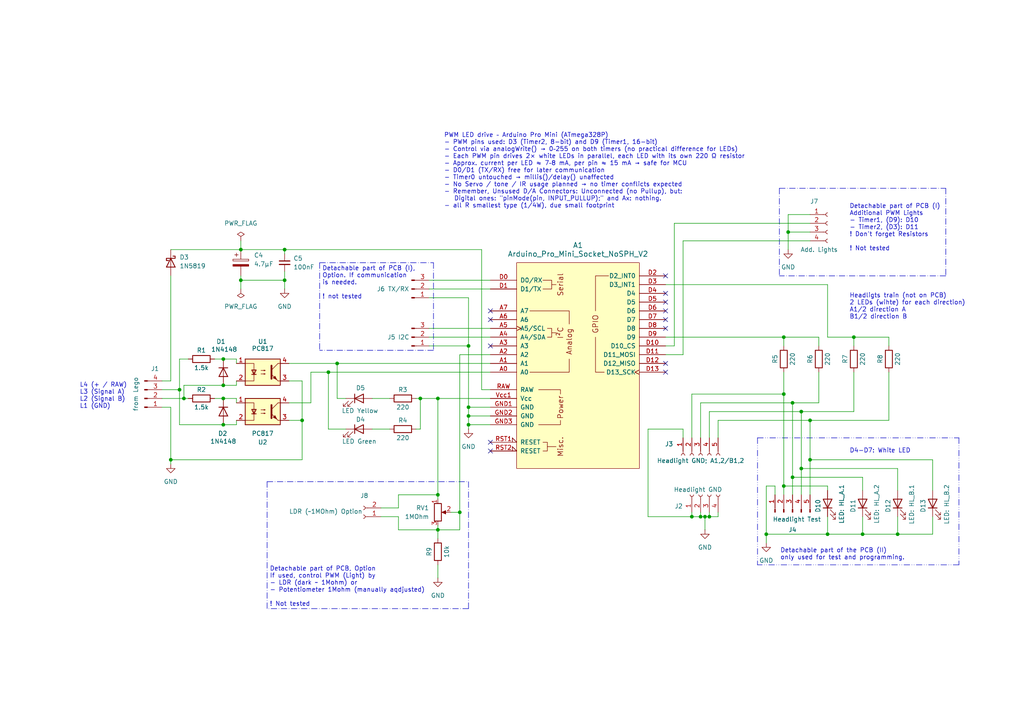
<source format=kicad_sch>
(kicad_sch (version 20231120) (generator "eeschema") (generator_version "8.0")
  (paper "A4")
  (title_block (title "DenshaBekutoru 電車ベクトル (Train Vector)") (date "2026-03-08") (rev "#005 1st bld.") (company "ToGo-Lab") (comment 1 "- https://togo-lab.io/") (comment 2 "- Email: tgohle@togo-lab.io") (comment 3 "Thomas Gohle"))
  (lib_symbols
    (symbol "Connector:Conn_01x02_Socket" (pin_names (offset 1.016) hide)
      (property "Reference" "J" (at 0 2.54 0))
      (property "Value" "Conn_01x02_Socket" (at 0 -5.08 0))
      (symbol "Conn_01x02_Socket_1_1"
        (arc (start 0 -2.032) (mid -0.5058 -2.54) (end 0 -3.048) (stroke (width 0.1524)))
        (polyline (pts (xy -1.27 -2.54) (xy -0.508 -2.54)) (stroke (width 0.1524)))
        (polyline (pts (xy -1.27 0) (xy -0.508 0)) (stroke (width 0.1524)))
        (arc (start 0 0.508) (mid -0.5058 0) (end 0 -0.508) (stroke (width 0.1524)))
        (pin passive line (at -5.08 0 0) (length 3.81) (name "Pin_1") (number "1"))
        (pin passive line (at -5.08 -2.54 0) (length 3.81) (name "Pin_2") (number "2"))
      )
    )
    (symbol "Connector:Conn_01x03_Pin" (pin_names (offset 1.016) hide)
      (property "Reference" "J" (at 0 5.08 0))
      (property "Value" "Conn_01x03_Pin" (at 0 -5.08 0))
      (symbol "Conn_01x03_Pin_1_1"
        (polyline (pts (xy 1.27 -2.54) (xy 0.8636 -2.54)) (stroke (width 0.1524)))
        (polyline (pts (xy 1.27 0) (xy 0.8636 0)) (stroke (width 0.1524)))
        (polyline (pts (xy 1.27 2.54) (xy 0.8636 2.54)) (stroke (width 0.1524)))
        (rectangle (start 0.8636 -2.413) (end 0 -2.667) (stroke (width 0.1524)) (fill (type outline)))
        (rectangle (start 0.8636 0.127) (end 0 -0.127) (stroke (width 0.1524)) (fill (type outline)))
        (rectangle (start 0.8636 2.667) (end 0 2.413) (stroke (width 0.1524)) (fill (type outline)))
        (pin passive line (at 5.08 2.54 180) (length 3.81) (name "Pin_1") (number "1"))
        (pin passive line (at 5.08 0 180) (length 3.81) (name "Pin_2") (number "2"))
        (pin passive line (at 5.08 -2.54 180) (length 3.81) (name "Pin_3") (number "3"))
      )
    )
    (symbol "Connector:Conn_01x04_Pin" (pin_names (offset 1.016) hide)
      (property "Reference" "J" (at 0 5.08 0))
      (property "Value" "Conn_01x04_Pin" (at 0 -7.62 0))
      (symbol "Conn_01x04_Pin_1_1"
        (polyline (pts (xy 1.27 -5.08) (xy 0.8636 -5.08)) (stroke (width 0.1524)))
        (polyline (pts (xy 1.27 -2.54) (xy 0.8636 -2.54)) (stroke (width 0.1524)))
        (polyline (pts (xy 1.27 0) (xy 0.8636 0)) (stroke (width 0.1524)))
        (polyline (pts (xy 1.27 2.54) (xy 0.8636 2.54)) (stroke (width 0.1524)))
        (rectangle (start 0.8636 -4.953) (end 0 -5.207) (stroke (width 0.1524)) (fill (type outline)))
        (rectangle (start 0.8636 -2.413) (end 0 -2.667) (stroke (width 0.1524)) (fill (type outline)))
        (rectangle (start 0.8636 0.127) (end 0 -0.127) (stroke (width 0.1524)) (fill (type outline)))
        (rectangle (start 0.8636 2.667) (end 0 2.413) (stroke (width 0.1524)) (fill (type outline)))
        (pin passive line (at 5.08 2.54 180) (length 3.81) (name "Pin_1") (number "1"))
        (pin passive line (at 5.08 0 180) (length 3.81) (name "Pin_2") (number "2"))
        (pin passive line (at 5.08 -2.54 180) (length 3.81) (name "Pin_3") (number "3"))
        (pin passive line (at 5.08 -5.08 180) (length 3.81) (name "Pin_4") (number "4"))
      )
    )
    (symbol "Connector:Conn_01x04_Socket" (pin_names (offset 1.016) hide)
      (property "Reference" "J" (at 0 5.08 0))
      (property "Value" "Conn_01x04_Socket" (at 0 -7.62 0))
      (symbol "Conn_01x04_Socket_1_1"
        (arc (start 0 -4.572) (mid -0.5058 -5.08) (end 0 -5.588) (stroke (width 0.1524)))
        (arc (start 0 -2.032) (mid -0.5058 -2.54) (end 0 -3.048) (stroke (width 0.1524)))
        (polyline (pts (xy -1.27 -5.08) (xy -0.508 -5.08)) (stroke (width 0.1524)))
        (polyline (pts (xy -1.27 -2.54) (xy -0.508 -2.54)) (stroke (width 0.1524)))
        (polyline (pts (xy -1.27 0) (xy -0.508 0)) (stroke (width 0.1524)))
        (polyline (pts (xy -1.27 2.54) (xy -0.508 2.54)) (stroke (width 0.1524)))
        (arc (start 0 0.508) (mid -0.5058 0) (end 0 -0.508) (stroke (width 0.1524)))
        (arc (start 0 3.048) (mid -0.5058 2.54) (end 0 2.032) (stroke (width 0.1524)))
        (pin passive line (at -5.08 2.54 0) (length 3.81) (name "Pin_1") (number "1"))
        (pin passive line (at -5.08 0 0) (length 3.81) (name "Pin_2") (number "2"))
        (pin passive line (at -5.08 -2.54 0) (length 3.81) (name "Pin_3") (number "3"))
        (pin passive line (at -5.08 -5.08 0) (length 3.81) (name "Pin_4") (number "4"))
      )
    )
    (symbol "Connector:Conn_01x05_Pin" (pin_names (offset 1.016) hide)
      (property "Reference" "J" (at 0 7.62 0))
      (property "Value" "Conn_01x05_Pin" (at 0 -7.62 0))
      (symbol "Conn_01x05_Pin_1_1"
        (polyline (pts (xy 1.27 -5.08) (xy 0.8636 -5.08)) (stroke (width 0.1524)))
        (polyline (pts (xy 1.27 -2.54) (xy 0.8636 -2.54)) (stroke (width 0.1524)))
        (polyline (pts (xy 1.27 0) (xy 0.8636 0)) (stroke (width 0.1524)))
        (polyline (pts (xy 1.27 2.54) (xy 0.8636 2.54)) (stroke (width 0.1524)))
        (polyline (pts (xy 1.27 5.08) (xy 0.8636 5.08)) (stroke (width 0.1524)))
        (rectangle (start 0.8636 -4.953) (end 0 -5.207) (stroke (width 0.1524)) (fill (type outline)))
        (rectangle (start 0.8636 -2.413) (end 0 -2.667) (stroke (width 0.1524)) (fill (type outline)))
        (rectangle (start 0.8636 0.127) (end 0 -0.127) (stroke (width 0.1524)) (fill (type outline)))
        (rectangle (start 0.8636 2.667) (end 0 2.413) (stroke (width 0.1524)) (fill (type outline)))
        (rectangle (start 0.8636 5.207) (end 0 4.953) (stroke (width 0.1524)) (fill (type outline)))
        (pin passive line (at 5.08 5.08 180) (length 3.81) (name "Pin_1") (number "1"))
        (pin passive line (at 5.08 2.54 180) (length 3.81) (name "Pin_2") (number "2"))
        (pin passive line (at 5.08 0 180) (length 3.81) (name "Pin_3") (number "3"))
        (pin passive line (at 5.08 -2.54 180) (length 3.81) (name "Pin_4") (number "4"))
        (pin passive line (at 5.08 -5.08 180) (length 3.81) (name "Pin_5") (number "5"))
      )
    )
    (symbol "Connector:Conn_01x05_Socket" (pin_names (offset 1.016) hide)
      (property "Reference" "J" (at 0 7.62 0))
      (property "Value" "Conn_01x05_Socket" (at 0 -7.62 0))
      (symbol "Conn_01x05_Socket_1_1"
        (arc (start 0 -4.572) (mid -0.5058 -5.08) (end 0 -5.588) (stroke (width 0.1524)))
        (arc (start 0 -2.032) (mid -0.5058 -2.54) (end 0 -3.048) (stroke (width 0.1524)))
        (polyline (pts (xy -1.27 -5.08) (xy -0.508 -5.08)) (stroke (width 0.1524)))
        (polyline (pts (xy -1.27 -2.54) (xy -0.508 -2.54)) (stroke (width 0.1524)))
        (polyline (pts (xy -1.27 0) (xy -0.508 0)) (stroke (width 0.1524)))
        (polyline (pts (xy -1.27 2.54) (xy -0.508 2.54)) (stroke (width 0.1524)))
        (polyline (pts (xy -1.27 5.08) (xy -0.508 5.08)) (stroke (width 0.1524)))
        (arc (start 0 0.508) (mid -0.5058 0) (end 0 -0.508) (stroke (width 0.1524)))
        (arc (start 0 3.048) (mid -0.5058 2.54) (end 0 2.032) (stroke (width 0.1524)))
        (arc (start 0 5.588) (mid -0.5058 5.08) (end 0 4.572) (stroke (width 0.1524)))
        (pin passive line (at -5.08 5.08 0) (length 3.81) (name "Pin_1") (number "1"))
        (pin passive line (at -5.08 2.54 0) (length 3.81) (name "Pin_2") (number "2"))
        (pin passive line (at -5.08 0 0) (length 3.81) (name "Pin_3") (number "3"))
        (pin passive line (at -5.08 -2.54 0) (length 3.81) (name "Pin_4") (number "4"))
        (pin passive line (at -5.08 -5.08 0) (length 3.81) (name "Pin_5") (number "5"))
      )
    )
    (symbol "Device:C_Polarized" (pin_numbers hide) (pin_names (offset 0.254))
      (property "Reference" "C" (at 0.635 2.54 0))
      (property "Value" "C_Polarized" (at 0.635 -2.54 0))
      (symbol "C_Polarized_0_1"
        (rectangle (start -2.286 0.508) (end 2.286 1.016))
        (polyline (pts (xy -1.778 2.286) (xy -0.762 2.286)))
        (polyline (pts (xy -1.27 2.794) (xy -1.27 1.778)))
        (rectangle (start 2.286 -0.508) (end -2.286 -1.016) (fill (type outline)))
      )
      (symbol "C_Polarized_1_1"
        (pin passive line (at 0 3.81 270) (length 2.794) (name "~") (number "1"))
        (pin passive line (at 0 -3.81 90) (length 2.794) (name "~") (number "2"))
      )
    )
    (symbol "Device:C_Small" (pin_numbers hide) (pin_names (offset 0.254) hide)
      (property "Reference" "C" (at 0.254 1.778 0))
      (property "Value" "C_Small" (at 0.254 -2.032 0))
      (symbol "C_Small_0_1"
        (polyline (pts (xy -1.524 -0.508) (xy 1.524 -0.508)) (stroke (width 0.3302)))
        (polyline (pts (xy -1.524 0.508) (xy 1.524 0.508)) (stroke (width 0.3048)))
      )
      (symbol "C_Small_1_1"
        (pin passive line (at 0 2.54 270) (length 2.032) (name "~") (number "1"))
        (pin passive line (at 0 -2.54 90) (length 2.032) (name "~") (number "2"))
      )
    )
    (symbol "Device:LED" (pin_numbers hide) (pin_names (offset 1.016) hide)
      (property "Reference" "D" (at 0 2.54 0))
      (property "Value" "LED" (at 0 -2.54 0))
      (symbol "LED_0_1"
        (polyline (pts (xy -1.27 -1.27) (xy -1.27 1.27)) (stroke (width 0.254)))
        (polyline (pts (xy -1.27 0) (xy 1.27 0)))
        (polyline (pts (xy 1.27 -1.27) (xy 1.27 1.27) (xy -1.27 0) (xy 1.27 -1.27)) (stroke (width 0.254)))
        (polyline (pts (xy -3.048 -0.762) (xy -4.572 -2.286) (xy -3.81 -2.286) (xy -4.572 -2.286) (xy -4.572 -1.524)))
        (polyline (pts (xy -1.778 -0.762) (xy -3.302 -2.286) (xy -2.54 -2.286) (xy -3.302 -2.286) (xy -3.302 -1.524)))
      )
      (symbol "LED_1_1"
        (pin passive line (at -3.81 0 0) (length 2.54) (name "K") (number "1"))
        (pin passive line (at 3.81 0 180) (length 2.54) (name "A") (number "2"))
      )
    )
    (symbol "Device:R" (pin_numbers hide) (pin_names (offset 0))
      (property "Reference" "R" (at 2.032 0 90))
      (property "Value" "R" (at 0 0 90))
      (symbol "R_0_1"
        (rectangle (start -1.016 -2.54) (end 1.016 2.54) (stroke (width 0.254)))
      )
      (symbol "R_1_1"
        (pin passive line (at 0 3.81 270) (length 1.27) (name "~") (number "1"))
        (pin passive line (at 0 -3.81 90) (length 1.27) (name "~") (number "2"))
      )
    )
    (symbol "Device:R_Potentiometer" (pin_names (offset 1.016) hide)
      (property "Reference" "RV" (at -4.445 0 90))
      (property "Value" "R_Potentiometer" (at -2.54 0 90))
      (symbol "R_Potentiometer_0_1"
        (polyline (pts (xy 2.54 0) (xy 1.524 0)))
        (polyline (pts (xy 1.143 0) (xy 2.286 0.508) (xy 2.286 -0.508) (xy 1.143 0)) (fill (type outline)))
        (rectangle (start 1.016 2.54) (end -1.016 -2.54) (stroke (width 0.254)))
      )
      (symbol "R_Potentiometer_1_1"
        (pin passive line (at 0 3.81 270) (length 1.27) (name "1") (number "1"))
        (pin passive line (at 3.81 0 180) (length 1.27) (name "2") (number "2"))
        (pin passive line (at 0 -3.81 90) (length 1.27) (name "3") (number "3"))
      )
    )
    (symbol "Diode:1N4148" (pin_numbers hide) (pin_names hide)
      (property "Reference" "D" (at 0 2.54 0))
      (property "Value" "1N4148" (at 0 -2.54 0))
      (symbol "1N4148_0_1"
        (polyline (pts (xy -1.27 1.27) (xy -1.27 -1.27)) (stroke (width 0.254)))
        (polyline (pts (xy 1.27 0) (xy -1.27 0)))
        (polyline (pts (xy 1.27 1.27) (xy 1.27 -1.27) (xy -1.27 0) (xy 1.27 1.27)) (stroke (width 0.254)))
      )
      (symbol "1N4148_1_1"
        (pin passive line (at -3.81 0 0) (length 2.54) (name "K") (number "1"))
        (pin passive line (at 3.81 0 180) (length 2.54) (name "A") (number "2"))
      )
    )
    (symbol "Diode:1N5819" (pin_numbers hide) (pin_names (offset 1.016) hide)
      (property "Reference" "D" (at 0 2.54 0))
      (property "Value" "1N5819" (at 0 -2.54 0))
      (symbol "1N5819_0_1"
        (polyline (pts (xy 1.27 0) (xy -1.27 0)))
        (polyline (pts (xy 1.27 1.27) (xy 1.27 -1.27) (xy -1.27 0) (xy 1.27 1.27)) (stroke (width 0.254)))
        (polyline (pts (xy -1.905 0.635) (xy -1.905 1.27) (xy -1.27 1.27) (xy -1.27 -1.27) (xy -0.635 -1.27) (xy -0.635 -0.635)) (stroke (width 0.254)))
      )
      (symbol "1N5819_1_1"
        (pin passive line (at -3.81 0 0) (length 2.54) (name "K") (number "1"))
        (pin passive line (at 3.81 0 180) (length 2.54) (name "A") (number "2"))
      )
    )
    (symbol "Isolator:PC817" (pin_names (offset 1.016))
      (property "Reference" "U" (at -5.08 5.08 0))
      (property "Value" "PC817" (at 0 5.08 0))
      (symbol "PC817_0_1"
        (rectangle (start -5.08 3.81) (end 5.08 -3.81) (stroke (width 0.254)) (fill (type background)))
        (polyline (pts (xy -3.175 -0.635) (xy -1.905 -0.635)) (stroke (width 0.254)))
        (polyline (pts (xy 2.54 0.635) (xy 4.445 2.54)))
        (polyline (pts (xy 4.445 -2.54) (xy 2.54 -0.635)) (fill (type outline)))
        (polyline (pts (xy 4.445 -2.54) (xy 5.08 -2.54)))
        (polyline (pts (xy 4.445 2.54) (xy 5.08 2.54)))
        (polyline (pts (xy -5.08 2.54) (xy -2.54 2.54) (xy -2.54 -0.635)))
        (polyline (pts (xy -2.54 -0.635) (xy -2.54 -2.54) (xy -5.08 -2.54)))
        (polyline (pts (xy 2.54 1.905) (xy 2.54 -1.905) (xy 2.54 -1.905)) (stroke (width 0.508)))
        (polyline (pts (xy -2.54 -0.635) (xy -3.175 0.635) (xy -1.905 0.635) (xy -2.54 -0.635)) (stroke (width 0.254)))
        (polyline (pts (xy -0.508 -0.508) (xy 0.762 -0.508) (xy 0.381 -0.635) (xy 0.381 -0.381) (xy 0.762 -0.508)))
        (polyline (pts (xy -0.508 0.508) (xy 0.762 0.508) (xy 0.381 0.381) (xy 0.381 0.635) (xy 0.762 0.508)))
        (polyline (pts (xy 3.048 -1.651) (xy 3.556 -1.143) (xy 4.064 -2.159) (xy 3.048 -1.651) (xy 3.048 -1.651)) (fill (type outline)))
      )
      (symbol "PC817_1_1"
        (pin passive line (at -7.62 2.54 0) (length 2.54) (name "~") (number "1"))
        (pin passive line (at -7.62 -2.54 0) (length 2.54) (name "~") (number "2"))
        (pin passive line (at 7.62 -2.54 180) (length 2.54) (name "~") (number "3"))
        (pin passive line (at 7.62 2.54 180) (length 2.54) (name "~") (number "4"))
      )
    )
    (symbol "arduino-library:Arduino_Pro_Mini_Socket_NoSPH_V2" (pin_names (offset 1.016))
      (property "Reference" "A" (at 0 36.83 0))
      (property "Value" "Arduino_Pro_Mini_Socket_NoSPH_V2" (at 0 33.02 0))
      (symbol "Arduino_Pro_Mini_Socket_NoSPH_V2_0_0"
        (rectangle (start -17.78 30.48) (end 17.78 -29.21) (fill (type background)))
        (polyline (pts (xy -7.62 10.16) (xy -6.35 10.16)))
        (polyline (pts (xy -7.62 24.13) (xy -6.35 24.13)))
        (polyline (pts (xy -6.35 -22.86) (xy -8.89 -22.86)))
        (polyline (pts (xy -11.43 -16.51) (xy -5.08 -16.51) (xy -5.08 -15.24)))
        (polyline (pts (xy -5.08 -7.62) (xy -5.08 -6.35) (xy -11.43 -6.35)))
        (polyline (pts (xy -2.54 2.54) (xy -2.54 -1.27) (xy -13.97 -1.27)))
        (polyline (pts (xy -2.54 12.7) (xy -2.54 16.51) (xy -13.97 16.51)))
        (polyline (pts (xy -10.16 25.4) (xy -7.62 25.4) (xy -7.62 22.86) (xy -10.16 22.86)))
        (polyline (pts (xy -8.89 11.43) (xy -7.62 11.43) (xy -7.62 8.89) (xy -8.89 8.89)))
        (text "Analog" (at -2.54 7.62 900) (effects (font (size 1.524 1.524))))
        (text "I²C" (at -5.08 10.16 900) (effects (font (size 1.524 1.524))))
        (text "Misc." (at -5.08 -22.86 900) (effects (font (size 1.524 1.524))))
        (text "Power" (at -5.08 -11.43 900) (effects (font (size 1.524 1.524))))
        (text "Serial" (at -5.08 24.13 900) (effects (font (size 1.524 1.524))))
      )
      (symbol "Arduino_Pro_Mini_Socket_NoSPH_V2_0_1"
        (polyline (pts (xy 7.62 -1.27) (xy 5.08 -1.27) (xy 5.08 8.89)))
        (polyline (pts (xy 8.89 26.67) (xy 5.08 26.67) (xy 5.08 16.51)))
        (polyline (pts (xy -10.16 -24.13) (xy -8.89 -24.13) (xy -8.89 -21.59) (xy -10.16 -21.59)))
      )
      (symbol "Arduino_Pro_Mini_Socket_NoSPH_V2_1_0"
        (text "GPIO" (at 5.08 12.7 900) (effects (font (size 1.524 1.524))))
      )
      (symbol "Arduino_Pro_Mini_Socket_NoSPH_V2_1_1"
        (pin bidirectional line (at -25.4 -1.27 0) (length 7.62) (name "A0") (number "A0"))
        (pin bidirectional line (at -25.4 1.27 0) (length 7.62) (name "A1") (number "A1"))
        (pin bidirectional line (at -25.4 3.81 0) (length 7.62) (name "A2") (number "A2"))
        (pin bidirectional line (at -25.4 6.35 0) (length 7.62) (name "A3") (number "A3"))
        (pin bidirectional line (at -25.4 8.89 0) (length 7.62) (name "A4/SDA") (number "A4"))
        (pin bidirectional clock (at -25.4 11.43 0) (length 7.62) (name "A5/SCL") (number "A5"))
        (pin input line (at -25.4 13.97 0) (length 7.62) (name "A6") (number "A6"))
        (pin input line (at -25.4 16.51 0) (length 7.62) (name "A7") (number "A7"))
        (pin bidirectional line (at -25.4 25.4 0) (length 7.62) (name "D0/RX") (number "D0"))
        (pin bidirectional line (at -25.4 22.86 0) (length 7.62) (name "D1/TX") (number "D1"))
        (pin bidirectional line (at 25.4 6.35 180) (length 7.62) (name "D10_CS") (number "D10"))
        (pin bidirectional line (at 25.4 3.81 180) (length 7.62) (name "D11_MOSI") (number "D11"))
        (pin bidirectional line (at 25.4 1.27 180) (length 7.62) (name "D12_MISO") (number "D12"))
        (pin bidirectional clock (at 25.4 -1.27 180) (length 7.62) (name "D13_SCK") (number "D13"))
        (pin bidirectional line (at 25.4 26.67 180) (length 7.62) (name "D2_INT0") (number "D2"))
        (pin bidirectional line (at 25.4 24.13 180) (length 7.62) (name "D3_INT1") (number "D3"))
        (pin bidirectional line (at 25.4 21.59 180) (length 7.62) (name "D4") (number "D4"))
        (pin bidirectional line (at 25.4 19.05 180) (length 7.62) (name "D5") (number "D5"))
        (pin bidirectional line (at 25.4 16.51 180) (length 7.62) (name "D6") (number "D6"))
        (pin bidirectional line (at 25.4 13.97 180) (length 7.62) (name "D7") (number "D7"))
        (pin bidirectional line (at 25.4 11.43 180) (length 7.62) (name "D8") (number "D8"))
        (pin bidirectional line (at 25.4 8.89 180) (length 7.62) (name "D9") (number "D9"))
        (pin power_in line (at -25.4 -11.43 0) (length 7.62) (name "GND") (number "GND1"))
        (pin power_in line (at -25.4 -13.97 0) (length 7.62) (name "GND") (number "GND2"))
        (pin power_in line (at -25.4 -16.51 0) (length 7.62) (name "GND") (number "GND3"))
        (pin power_in line (at -25.4 -6.35 0) (length 7.62) (name "RAW") (number "RAW"))
        (pin open_collector input_low (at -25.4 -21.59 0) (length 7.62) (name "RESET") (number "RST1"))
        (pin open_collector input_low (at -25.4 -24.13 0) (length 7.62) (name "RESET") (number "RST2"))
        (pin power_in line (at -25.4 -8.89 0) (length 7.62) (name "Vcc") (number "Vcc1"))
      )
    )
    (symbol "power:GND" (power) (pin_numbers hide) (pin_names (offset 0) hide)
      (property "Value" "GND" (at 0 -3.81 0))
      (symbol "GND_0_1"
        (polyline (pts (xy 0 0) (xy 0 -1.27) (xy 1.27 -1.27) (xy 0 -2.54) (xy -1.27 -1.27) (xy 0 -1.27)))
      )
      (symbol "GND_1_1"
        (pin power_in line (at 0 0 270) (length 0) (name "~") (number "1"))
      )
    )
    (symbol "power:PWR_FLAG" (power) (pin_numbers hide) (pin_names (offset 0) hide)
      (property "Value" "PWR_FLAG" (at 0 3.81 0))
      (symbol "PWR_FLAG_0_0"
        (pin power_out line (at 0 0 90) (length 0) (name "~") (number "1"))
      )
      (symbol "PWR_FLAG_0_1"
        (polyline (pts (xy 0 0) (xy 0 1.27) (xy -1.016 1.905) (xy 0 2.54) (xy 1.016 1.905) (xy 0 1.27)))
      )
    )
  )
  (junction (at 127 115.57))
  (junction (at 232.41 135.89))
  (junction (at 227.33 140.97))
  (junction (at 49.53 133.35))
  (junction (at 232.41 119.38))
  (junction (at 127 153.67))
  (junction (at 135.89 120.65))
  (junction (at 135.89 118.11))
  (junction (at 52.07 113.03))
  (junction (at 227.33 97.79))
  (junction (at 87.63 121.92))
  (junction (at 205.74 149.86))
  (junction (at 229.87 116.84))
  (junction (at 200.66 149.86))
  (junction (at 135.89 123.19))
  (junction (at 240.03 154.94))
  (junction (at 64.77 123.19))
  (junction (at 133.35 148.59))
  (junction (at 127 143.51))
  (junction (at 53.34 115.57))
  (junction (at 135.89 100.33))
  (junction (at 82.55 81.28))
  (junction (at 250.19 154.94))
  (junction (at 222.25 154.94))
  (junction (at 234.95 121.92))
  (junction (at 69.85 72.39))
  (junction (at 229.87 138.43))
  (junction (at 64.77 104.14))
  (junction (at 97.79 105.41))
  (junction (at 64.77 115.57))
  (junction (at 228.6 67.31))
  (junction (at 82.55 72.39))
  (junction (at 227.33 114.3))
  (junction (at 95.25 107.95))
  (junction (at 203.2 149.86))
  (junction (at 121.92 115.57))
  (junction (at 69.85 81.28))
  (junction (at 247.65 97.79))
  (junction (at 260.35 154.94))
  (junction (at 204.47 149.86))
  (junction (at 234.95 133.35))
  (junction (at 64.77 111.76))
  (no_connect (at 193.04 95.25))
  (no_connect (at 142.24 92.71))
  (no_connect (at 193.04 90.17))
  (no_connect (at 193.04 92.71))
  (no_connect (at 193.04 107.95))
  (no_connect (at 142.24 100.33))
  (no_connect (at 142.24 130.81))
  (no_connect (at 193.04 85.09))
  (no_connect (at 193.04 105.41))
  (no_connect (at 142.24 128.27))
  (no_connect (at 142.24 90.17))
  (no_connect (at 193.04 87.63))
  (no_connect (at 193.04 80.01))
  (wire (pts (xy 187.96 124.46) (xy 198.12 124.46)))
  (wire (pts (xy 200.66 148.59) (xy 200.66 149.86)))
  (wire (pts (xy 124.46 97.79) (xy 142.24 97.79)))
  (wire (pts (xy 260.35 154.94) (xy 260.35 149.86)))
  (wire (pts (xy 227.33 140.97) (xy 240.03 140.97)))
  (wire (pts (xy 135.89 118.11) (xy 135.89 120.65)))
  (wire (pts (xy 64.77 111.76) (xy 68.58 111.76)))
  (wire (pts (xy 232.41 119.38) (xy 247.65 119.38)))
  (wire (pts (xy 97.79 105.41) (xy 142.24 105.41)))
  (polyline (pts (xy 92.71 76.2) (xy 125.73 76.2)) (stroke (width 0) (type dash_dot)))
  (wire (pts (xy 135.89 123.19) (xy 142.24 123.19)))
  (wire (pts (xy 130.81 148.59) (xy 133.35 148.59)))
  (wire (pts (xy 49.53 72.39) (xy 69.85 72.39)))
  (wire (pts (xy 228.6 62.23) (xy 228.6 67.31)))
  (wire (pts (xy 52.07 123.19) (xy 64.77 123.19)))
  (wire (pts (xy 135.89 86.36) (xy 135.89 100.33)))
  (wire (pts (xy 227.33 97.79) (xy 227.33 100.33)))
  (wire (pts (xy 222.25 140.97) (xy 222.25 154.94)))
  (wire (pts (xy 205.74 119.38) (xy 232.41 119.38)))
  (wire (pts (xy 234.95 67.31) (xy 228.6 67.31)))
  (wire (pts (xy 127 115.57) (xy 127 143.51)))
  (wire (pts (xy 133.35 102.87) (xy 133.35 148.59)))
  (wire (pts (xy 124.46 83.82) (xy 142.24 83.82)))
  (wire (pts (xy 234.95 121.92) (xy 257.81 121.92)))
  (wire (pts (xy 115.57 149.86) (xy 115.57 153.67)))
  (polyline (pts (xy 278.13 127) (xy 278.13 163.83)) (stroke (width 0) (type dash_dot_dot)))
  (wire (pts (xy 142.24 118.11) (xy 135.89 118.11)))
  (wire (pts (xy 257.81 97.79) (xy 247.65 97.79)))
  (polyline (pts (xy 135.89 139.7) (xy 135.89 176.53)) (stroke (width 0) (type dash_dot)))
  (wire (pts (xy 68.58 115.57) (xy 68.58 116.84)))
  (wire (pts (xy 46.99 115.57) (xy 53.34 115.57)))
  (wire (pts (xy 193.04 97.79) (xy 227.33 97.79)))
  (wire (pts (xy 234.95 133.35) (xy 234.95 143.51)))
  (wire (pts (xy 135.89 120.65) (xy 135.89 123.19)))
  (wire (pts (xy 208.28 148.59) (xy 208.28 149.86)))
  (wire (pts (xy 228.6 67.31) (xy 228.6 72.39)))
  (wire (pts (xy 234.95 133.35) (xy 270.51 133.35)))
  (wire (pts (xy 90.17 107.95) (xy 90.17 116.84)))
  (wire (pts (xy 64.77 115.57) (xy 68.58 115.57)))
  (wire (pts (xy 110.49 147.32) (xy 115.57 147.32)))
  (wire (pts (xy 83.82 105.41) (xy 97.79 105.41)))
  (wire (pts (xy 135.89 120.65) (xy 142.24 120.65)))
  (wire (pts (xy 205.74 119.38) (xy 205.74 127)))
  (wire (pts (xy 193.04 102.87) (xy 198.12 102.87)))
  (wire (pts (xy 53.34 115.57) (xy 53.34 111.76)))
  (polyline (pts (xy 135.89 176.53) (xy 77.47 176.53)) (stroke (width 0) (type dash_dot)))
  (wire (pts (xy 200.66 149.86) (xy 203.2 149.86)))
  (wire (pts (xy 203.2 148.59) (xy 203.2 149.86)))
  (wire (pts (xy 127 152.4) (xy 127 153.67)))
  (wire (pts (xy 208.28 121.92) (xy 208.28 127)))
  (polyline (pts (xy 274.32 80.01) (xy 226.06 80.01)) (stroke (width 0) (type dash_dot)))
  (wire (pts (xy 62.23 115.57) (xy 64.77 115.57)))
  (wire (pts (xy 257.81 100.33) (xy 257.81 97.79)))
  (wire (pts (xy 250.19 138.43) (xy 250.19 142.24)))
  (wire (pts (xy 234.95 121.92) (xy 234.95 133.35)))
  (wire (pts (xy 115.57 153.67) (xy 127 153.67)))
  (wire (pts (xy 139.7 113.03) (xy 139.7 72.39)))
  (wire (pts (xy 222.25 154.94) (xy 222.25 157.48)))
  (wire (pts (xy 100.33 124.46) (xy 95.25 124.46)))
  (wire (pts (xy 69.85 69.85) (xy 69.85 72.39)))
  (wire (pts (xy 87.63 121.92) (xy 87.63 110.49)))
  (wire (pts (xy 124.46 86.36) (xy 135.89 86.36)))
  (wire (pts (xy 49.53 80.01) (xy 49.53 110.49)))
  (wire (pts (xy 52.07 113.03) (xy 52.07 104.14)))
  (wire (pts (xy 135.89 100.33) (xy 135.89 118.11)))
  (wire (pts (xy 127 163.83) (xy 127 167.64)))
  (wire (pts (xy 120.65 115.57) (xy 121.92 115.57)))
  (wire (pts (xy 83.82 110.49) (xy 87.63 110.49)))
  (wire (pts (xy 227.33 114.3) (xy 227.33 140.97)))
  (wire (pts (xy 68.58 121.92) (xy 68.58 123.19)))
  (wire (pts (xy 64.77 123.19) (xy 68.58 123.19)))
  (wire (pts (xy 95.25 107.95) (xy 95.25 124.46)))
  (polyline (pts (xy 226.06 54.61) (xy 226.06 80.01)) (stroke (width 0) (type dash_dot)))
  (wire (pts (xy 53.34 111.76) (xy 64.77 111.76)))
  (wire (pts (xy 229.87 138.43) (xy 229.87 116.84)))
  (wire (pts (xy 234.95 62.23) (xy 228.6 62.23)))
  (wire (pts (xy 69.85 80.01) (xy 69.85 81.28)))
  (wire (pts (xy 270.51 133.35) (xy 270.51 142.24)))
  (wire (pts (xy 87.63 121.92) (xy 87.63 133.35)))
  (wire (pts (xy 198.12 69.85) (xy 234.95 69.85)))
  (wire (pts (xy 124.46 81.28) (xy 142.24 81.28)))
  (wire (pts (xy 52.07 113.03) (xy 52.07 123.19)))
  (wire (pts (xy 121.92 115.57) (xy 127 115.57)))
  (polyline (pts (xy 226.06 54.61) (xy 274.32 54.61)) (stroke (width 0) (type dash_dot)))
  (wire (pts (xy 110.49 149.86) (xy 115.57 149.86)))
  (wire (pts (xy 250.19 149.86) (xy 250.19 154.94)))
  (polyline (pts (xy 274.32 54.61) (xy 274.32 80.01)) (stroke (width 0) (type dash_dot)))
  (wire (pts (xy 187.96 149.86) (xy 187.96 124.46)))
  (wire (pts (xy 193.04 100.33) (xy 195.58 100.33)))
  (wire (pts (xy 46.99 113.03) (xy 52.07 113.03)))
  (wire (pts (xy 100.33 115.57) (xy 97.79 115.57)))
  (wire (pts (xy 200.66 114.3) (xy 227.33 114.3)))
  (wire (pts (xy 107.95 124.46) (xy 113.03 124.46)))
  (wire (pts (xy 257.81 107.95) (xy 257.81 121.92)))
  (wire (pts (xy 127 153.67) (xy 127 156.21)))
  (wire (pts (xy 240.03 149.86) (xy 240.03 154.94)))
  (wire (pts (xy 62.23 104.14) (xy 64.77 104.14)))
  (wire (pts (xy 124.46 100.33) (xy 135.89 100.33)))
  (wire (pts (xy 260.35 135.89) (xy 260.35 142.24)))
  (wire (pts (xy 232.41 135.89) (xy 260.35 135.89)))
  (wire (pts (xy 127 115.57) (xy 142.24 115.57)))
  (wire (pts (xy 49.53 133.35) (xy 49.53 134.62)))
  (wire (pts (xy 49.53 118.11) (xy 49.53 133.35)))
  (wire (pts (xy 97.79 105.41) (xy 97.79 115.57)))
  (wire (pts (xy 124.46 95.25) (xy 142.24 95.25)))
  (wire (pts (xy 46.99 110.49) (xy 49.53 110.49)))
  (polyline (pts (xy 278.13 163.83) (xy 219.71 163.83)) (stroke (width 0) (type dash_dot_dot)))
  (wire (pts (xy 208.28 121.92) (xy 234.95 121.92)))
  (wire (pts (xy 229.87 138.43) (xy 250.19 138.43)))
  (polyline (pts (xy 125.73 101.6) (xy 92.71 101.6)) (stroke (width 0) (type dash_dot)))
  (wire (pts (xy 68.58 104.14) (xy 68.58 105.41)))
  (wire (pts (xy 205.74 148.59) (xy 205.74 149.86)))
  (wire (pts (xy 115.57 147.32) (xy 115.57 143.51)))
  (wire (pts (xy 49.53 133.35) (xy 87.63 133.35)))
  (wire (pts (xy 142.24 102.87) (xy 133.35 102.87)))
  (wire (pts (xy 135.89 123.19) (xy 135.89 124.46)))
  (wire (pts (xy 240.03 140.97) (xy 240.03 142.24)))
  (wire (pts (xy 64.77 104.14) (xy 68.58 104.14)))
  (wire (pts (xy 46.99 118.11) (xy 49.53 118.11)))
  (wire (pts (xy 240.03 82.55) (xy 240.03 97.79)))
  (wire (pts (xy 120.65 124.46) (xy 121.92 124.46)))
  (wire (pts (xy 83.82 121.92) (xy 87.63 121.92)))
  (polyline (pts (xy 125.73 76.2) (xy 125.73 101.6)) (stroke (width 0) (type dash_dot)))
  (polyline (pts (xy 77.47 139.7) (xy 77.47 176.53)) (stroke (width 0) (type dash_dot)))
  (wire (pts (xy 53.34 115.57) (xy 54.61 115.57)))
  (polyline (pts (xy 77.47 139.7) (xy 135.89 139.7)) (stroke (width 0) (type dash_dot)))
  (wire (pts (xy 69.85 72.39) (xy 82.55 72.39)))
  (wire (pts (xy 203.2 149.86) (xy 204.47 149.86)))
  (wire (pts (xy 204.47 149.86) (xy 204.47 153.67)))
  (wire (pts (xy 260.35 154.94) (xy 270.51 154.94)))
  (wire (pts (xy 224.79 140.97) (xy 222.25 140.97)))
  (wire (pts (xy 195.58 100.33) (xy 195.58 64.77)))
  (wire (pts (xy 121.92 115.57) (xy 121.92 124.46)))
  (wire (pts (xy 142.24 113.03) (xy 139.7 113.03)))
  (wire (pts (xy 224.79 143.51) (xy 224.79 140.97)))
  (polyline (pts (xy 219.71 127) (xy 278.13 127)) (stroke (width 0) (type dash_dot_dot)))
  (wire (pts (xy 95.25 107.95) (xy 142.24 107.95)))
  (wire (pts (xy 133.35 153.67) (xy 133.35 148.59)))
  (wire (pts (xy 240.03 82.55) (xy 193.04 82.55)))
  (wire (pts (xy 237.49 97.79) (xy 227.33 97.79)))
  (wire (pts (xy 52.07 104.14) (xy 54.61 104.14)))
  (wire (pts (xy 247.65 97.79) (xy 247.65 100.33)))
  (wire (pts (xy 195.58 64.77) (xy 234.95 64.77)))
  (wire (pts (xy 115.57 143.51) (xy 127 143.51)))
  (wire (pts (xy 227.33 140.97) (xy 227.33 143.51)))
  (wire (pts (xy 127 153.67) (xy 133.35 153.67)))
  (wire (pts (xy 200.66 149.86) (xy 187.96 149.86)))
  (wire (pts (xy 232.41 143.51) (xy 232.41 135.89)))
  (wire (pts (xy 227.33 107.95) (xy 227.33 114.3)))
  (wire (pts (xy 270.51 154.94) (xy 270.51 149.86)))
  (wire (pts (xy 200.66 114.3) (xy 200.66 127)))
  (wire (pts (xy 198.12 124.46) (xy 198.12 127)))
  (wire (pts (xy 82.55 81.28) (xy 69.85 81.28)))
  (wire (pts (xy 107.95 115.57) (xy 113.03 115.57)))
  (wire (pts (xy 198.12 102.87) (xy 198.12 69.85)))
  (wire (pts (xy 250.19 154.94) (xy 260.35 154.94)))
  (wire (pts (xy 237.49 100.33) (xy 237.49 97.79)))
  (wire (pts (xy 139.7 72.39) (xy 82.55 72.39)))
  (wire (pts (xy 240.03 97.79) (xy 247.65 97.79)))
  (wire (pts (xy 82.55 78.74) (xy 82.55 81.28)))
  (polyline (pts (xy 219.71 127) (xy 219.71 163.83)) (stroke (width 0) (type dash_dot_dot)))
  (wire (pts (xy 229.87 143.51) (xy 229.87 138.43)))
  (wire (pts (xy 232.41 135.89) (xy 232.41 119.38)))
  (wire (pts (xy 90.17 107.95) (xy 95.25 107.95)))
  (wire (pts (xy 222.25 154.94) (xy 240.03 154.94)))
  (wire (pts (xy 229.87 116.84) (xy 237.49 116.84)))
  (wire (pts (xy 127 143.51) (xy 127 144.78)))
  (wire (pts (xy 237.49 107.95) (xy 237.49 116.84)))
  (wire (pts (xy 82.55 72.39) (xy 82.55 73.66)))
  (wire (pts (xy 205.74 149.86) (xy 208.28 149.86)))
  (wire (pts (xy 68.58 110.49) (xy 68.58 111.76)))
  (wire (pts (xy 203.2 116.84) (xy 229.87 116.84)))
  (wire (pts (xy 83.82 116.84) (xy 90.17 116.84)))
  (wire (pts (xy 69.85 81.28) (xy 69.85 83.82)))
  (wire (pts (xy 82.55 81.28) (xy 82.55 83.82)))
  (wire (pts (xy 204.47 149.86) (xy 205.74 149.86)))
  (polyline (pts (xy 92.71 76.2) (xy 92.71 101.6)) (stroke (width 0) (type dash_dot)))
  (wire (pts (xy 203.2 116.84) (xy 203.2 127)))
  (wire (pts (xy 240.03 154.94) (xy 250.19 154.94)))
  (wire (pts (xy 247.65 107.95) (xy 247.65 119.38)))
  (text "Detachable part of the PCB (II)\nonly used for test and programming." (at 226.314 160.782 0) (effects (font (size 1.27 1.27)) (justify left)))
  (text "Detachable part of PCB (I),\nOption. If communication\nis needed.\n\n! not tested\n" (at 93.472 82.042 0) (effects (font (size 1.27 1.27)) (justify left)))
  (text "Detachable part of PCB, Option\nIf used, control PWM (Light) by \n- LDR (dark ~ 1Mohm) or\n- Potentiometer 1Mohm (manually aqdjusted)\n\n! Not tested" (at 78.232 170.18 0) (effects (font (size 1.27 1.27)) (justify left)))
  (text "L4 (+ / RAW)\nL3 (Signal A)\nL2 (Signal B)\nL1 (GND)" (at 23.114 114.808 0) (effects (font (size 1.27 1.27)) (justify left)))
  (text "PWM LED drive – Arduino Pro Mini (ATmega328P)\n- PWM pins used: D3 (Timer2, 8-bit) and D9 (Timer1, 16-bit)\n- Control via analogWrite() → 0–255 on both timers (no practical difference for LEDs)\n- Each PWM pin drives 2× white LEDs in parallel, each LED with its own 220 Ω resistor\n- Approx. current per LED ≈ 7–8 mA, per pin ≈ 15 mA → safe for MCU\n- D0/D1 (TX/RX) free for later communication\n- Timer0 untouched → millis()/delay() unaffected\n- No Servo / tone / IR usage planned → no timer conflicts expected\n- Remember, Unsused D/A Connectors: Unconnected (no Pullup), but:\n   Digital ones: \"pinMode(pin, INPUT_PULLUP);\" and Ax: nothing.\n- all R smallest type (1/4W), due small footprint" (at 128.778 49.53 0) (effects (font (size 1.27 1.27)) (justify left)))
  (text "Headligts train (not on PCB)\n2 LEDs (wihte) for each direction)\nA1/2 direction A\nB1/2 direction B" (at 246.38 88.9 0) (effects (font (size 1.27 1.27)) (justify left)))
  (text "D4-D7: White LED" (at 255.27 130.81 0) (effects (font (size 1.27 1.27))))
  (text "Detachable part of PCB (I)\nAdditional PWM Lights\n- Timer1, (D9): D10\n- Timer2, (D3): D11\n! Don't forget Resistors\n\n! Not tested" (at 246.38 66.04 0) (effects (font (size 1.27 1.27)) (justify left)))
  (symbol (lib_id "Device:R") (at 116.84 124.46 90) (unit 1)
    (property "Reference" "R4" (at 116.84 121.92 90))
    (property "Value" "220" (at 116.84 127 90))
    (property "Footprint" "Resistor_THT:R_Axial_DIN0204_L3.6mm_D1.6mm_P5.08mm_Horizontal" (effects (hide yes)))
    (property "Description" "Resistor" (effects (hide yes)))
  )
  (symbol (lib_id "Device:LED") (at 250.19 146.05 90) (unit 1)
    (property "Reference" "D11" (at 247.396 144.78 0) (effects (justify right)))
    (property "Value" "LED: HL_A.2" (at 254.254 140.462 0) (effects (justify right)))
    (property "Footprint" "LED_THT:LED_D5.0mm_Clear" (effects (hide yes)))
    (property "Description" "Light emitting diode" (effects (hide yes)))
  )
  (symbol (lib_id "power:PWR_FLAG") (at 69.85 69.85 0) (unit 1)
    (property "Reference" "#FLG2" (effects (hide yes)))
    (property "Value" "PWR_FLAG" (at 69.85 64.77 0))
    (property "Description" "Special symbol for telling ERC where power comes from" (effects (hide yes)))
  )
  (symbol (lib_id "Device:R") (at 247.65 104.14 180) (unit 1)
    (property "Reference" "R7" (at 245.11 104.14 90))
    (property "Value" "220" (at 250.19 104.14 90))
    (property "Footprint" "Resistor_THT:R_Axial_DIN0204_L3.6mm_D1.6mm_P5.08mm_Horizontal" (effects (hide yes)))
    (property "Description" "Resistor" (effects (hide yes)))
  )
  (symbol (lib_id "Device:LED") (at 240.03 146.05 90) (unit 1)
    (property "Reference" "D10" (at 237.236 144.78 0) (effects (justify right)))
    (property "Value" "LED: HL_A.1" (at 244.094 140.462 0) (effects (justify right)))
    (property "Footprint" "LED_THT:LED_D5.0mm_Clear" (effects (hide yes)))
    (property "Description" "Light emitting diode" (effects (hide yes)))
  )
  (symbol (lib_id "Diode:1N5819") (at 49.53 76.2 270) (unit 1)
    (property "Reference" "D3" (at 52.07 74.6124 90) (effects (justify left)))
    (property "Value" "1N5819" (at 52.07 77.1524 90) (effects (justify left)))
    (property "Footprint" "Diode_THT:D_DO-41_SOD81_P10.16mm_Horizontal" (effects (hide yes)))
    (property "Datasheet" "http://www.vishay.com/docs/88525/1n5817.pdf" (effects (hide yes)))
    (property "Description" "40V 1A Schottky Barrier Rectifier Diode, DO-41" (effects (hide yes)))
  )
  (symbol (lib_id "Connector:Conn_01x04_Socket") (at 240.03 64.77 0) (unit 1)
    (property "Reference" "J7" (at 234.95 58.42 0) (effects (justify left)))
    (property "Value" "Add. Lights" (at 232.156 72.39 0) (effects (justify left)))
    (property "Footprint" "Connector_PinSocket_2.54mm:PinSocket_1x04_P2.54mm_Vertical" (effects (hide yes)))
    (property "Description" "Generic connector, single row, 01x04, script generated" (effects (hide yes)))
  )
  (symbol (lib_id "power:GND") (at 228.6 72.39 0) (unit 1)
    (property "Reference" "#PWR3" (effects (hide yes)))
    (property "Value" "GND" (at 228.6 77.47 0))
    (property "Description" "Power symbol creates a global label with name \"GND\" , ground" (effects (hide yes)))
  )
  (symbol (lib_id "arduino-library:Arduino_Pro_Mini_Socket_NoSPH_V2") (at 167.64 106.68 0) (unit 1)
    (property "Reference" "A1" (at 167.64 71.12 0) (effects (font (size 1.524 1.524))))
    (property "Value" "Arduino_Pro_Mini_Socket_NoSPH_V2" (at 167.64 73.66 0) (effects (font (size 1.524 1.524))))
    (property "Footprint" "arduino-library:Arduino_Pro_Mini_Socket_NoSPH_V2" (effects (hide yes)))
    (property "Datasheet" "https://docs.arduino.cc/retired/boards/arduino-pro-mini" (effects (hide yes)))
    (property "Description" "Socket for Arduino Pro Mini (without Programming Header Pins)" (effects (hide yes)))
  )
  (symbol (lib_id "Connector:Conn_01x03_Pin") (at 119.38 97.79 0) (mirror x) (unit 1)
    (property "Reference" "J5" (at 113.538 97.79 0))
    (property "Value" "I2C" (at 117.094 97.79 0))
    (property "Footprint" "Connector_PinHeader_2.54mm:PinHeader_1x03_P2.54mm_Vertical" (effects (hide yes)))
    (property "Description" "Generic connector, single row, 01x03, script generated" (effects (hide yes)))
  )
  (symbol (lib_id "Diode:1N4148") (at 64.77 119.38 270) (unit 1)
    (property "Reference" "D2" (at 63.246 125.73 90) (effects (justify left)))
    (property "Value" "1N4148" (at 60.96 128.016 90) (effects (justify left)))
    (property "Footprint" "Diode_THT:D_DO-35_SOD27_P7.62mm_Horizontal" (effects (hide yes)))
    (property "Datasheet" "https://assets.nexperia.com/documents/data-sheet/1N4148_1N4448.pdf" (effects (hide yes)))
    (property "Description" "100V 0.15A standard switching diode, DO-35" (effects (hide yes)))
    (property "Sim.Device" "D" (effects (hide yes)))
    (property "Sim.Pins" "1=K 2=A" (effects (hide yes)))
  )
  (symbol (lib_id "Connector:Conn_01x03_Pin") (at 119.38 83.82 0) (mirror x) (unit 1)
    (property "Reference" "J6" (at 110.49 83.82 0))
    (property "Value" "TX/RX" (at 115.57 83.82 0))
    (property "Footprint" "Connector_PinHeader_2.54mm:PinHeader_1x03_P2.54mm_Vertical" (effects (hide yes)))
    (property "Description" "Generic connector, single row, 01x03, script generated" (effects (hide yes)))
  )
  (symbol (lib_id "Connector:Conn_01x04_Pin") (at 41.91 115.57 0) (mirror x) (unit 1)
    (property "Reference" "J1" (at 44.958 106.934 0))
    (property "Value" "from Lego" (at 39.37 114.3 90))
    (property "Footprint" "Connector_PinHeader_2.54mm:PinHeader_1x04_P2.54mm_Vertical" (effects (hide yes)))
    (property "Description" "Generic connector, single row, 01x04, script generated" (effects (hide yes)))
  )
  (symbol (lib_id "Connector:Conn_01x05_Pin") (at 229.87 148.59 90) (unit 1)
    (property "Reference" "J4" (at 229.87 153.67 90))
    (property "Value" "Headlight Test" (at 231.14 150.622 90))
    (property "Footprint" "Connector_PinHeader_2.54mm:PinHeader_1x05_P2.54mm_Horizontal" (effects (hide yes)))
    (property "Description" "Generic connector, single row, 01x05, script generated" (effects (hide yes)))
  )
  (symbol (lib_id "Device:R") (at 58.42 115.57 90) (unit 1)
    (property "Reference" "R2" (at 58.42 113.03 90))
    (property "Value" "1.5k" (at 58.42 118.11 90))
    (property "Footprint" "Resistor_THT:R_Axial_DIN0204_L3.6mm_D1.6mm_P5.08mm_Horizontal" (effects (hide yes)))
    (property "Description" "Resistor" (effects (hide yes)))
  )
  (symbol (lib_id "power:GND") (at 82.55 83.82 0) (unit 1)
    (property "Reference" "#PWR5" (effects (hide yes)))
    (property "Value" "GND" (at 82.55 88.9 0))
    (property "Description" "Power symbol creates a global label with name \"GND\" , ground" (effects (hide yes)))
  )
  (symbol (lib_id "Device:R") (at 58.42 104.14 90) (unit 1)
    (property "Reference" "R1" (at 58.42 101.6 90))
    (property "Value" "1.5k" (at 58.42 106.68 90))
    (property "Footprint" "Resistor_THT:R_Axial_DIN0204_L3.6mm_D1.6mm_P5.08mm_Horizontal" (effects (hide yes)))
    (property "Description" "Resistor" (effects (hide yes)))
  )
  (symbol (lib_id "Device:R") (at 127 160.02 180) (unit 1)
    (property "Reference" "R9" (at 124.46 160.02 90))
    (property "Value" "10k" (at 129.54 160.02 90))
    (property "Footprint" "Resistor_THT:R_Axial_DIN0204_L3.6mm_D1.6mm_P5.08mm_Horizontal" (effects (hide yes)))
    (property "Description" "Resistor" (effects (hide yes)))
  )
  (symbol (lib_id "Device:R") (at 237.49 104.14 180) (unit 1)
    (property "Reference" "R6" (at 234.95 104.14 90))
    (property "Value" "220" (at 240.03 104.14 90))
    (property "Footprint" "Resistor_THT:R_Axial_DIN0204_L3.6mm_D1.6mm_P5.08mm_Horizontal" (effects (hide yes)))
    (property "Description" "Resistor" (effects (hide yes)))
  )
  (symbol (lib_id "Isolator:PC817") (at 76.2 107.95 0) (unit 1)
    (property "Reference" "U1" (at 76.2 99.06 0))
    (property "Value" "PC817" (at 76.2 101.092 0))
    (property "Footprint" "Package_DIP:DIP-4_W7.62mm" (effects (hide yes)))
    (property "Datasheet" "http://www.soselectronic.cz/a_info/resource/d/pc817.pdf" (effects (hide yes)))
    (property "Description" "DC Optocoupler, Vce 35V, CTR 50-300%, DIP-4" (effects (hide yes)))
  )
  (symbol (lib_id "Device:R_Potentiometer") (at 127 148.59 0) (unit 1)
    (property "Reference" "RV1" (at 124.46 147.3199 0) (effects (justify right)))
    (property "Value" "1MOhm" (at 124.46 149.8599 0) (effects (justify right)))
    (property "Footprint" "Potentiometer_THT:Potentiometer_Piher_PT-10-V10_Vertical" (effects (hide yes)))
    (property "Description" "Potentiometer" (effects (hide yes)))
  )
  (symbol (lib_id "Isolator:PC817") (at 76.2 119.38 0) (unit 1)
    (property "Reference" "U2" (at 76.2 128.27 0))
    (property "Value" "PC817" (at 76.2 125.73 0))
    (property "Footprint" "Package_DIP:DIP-4_W7.62mm" (effects (hide yes)))
    (property "Datasheet" "http://www.soselectronic.cz/a_info/resource/d/pc817.pdf" (effects (hide yes)))
    (property "Description" "DC Optocoupler, Vce 35V, CTR 50-300%, DIP-4" (effects (hide yes)))
  )
  (symbol (lib_id "power:GND") (at 49.53 134.62 0) (unit 1)
    (property "Reference" "#PWR7" (effects (hide yes)))
    (property "Value" "GND" (at 49.53 139.7 0))
    (property "Description" "Power symbol creates a global label with name \"GND\" , ground" (effects (hide yes)))
  )
  (symbol (lib_id "Device:C_Small") (at 82.55 76.2 0) (unit 1)
    (property "Reference" "C5" (at 85.09 74.9362 0) (effects (justify left)))
    (property "Value" "100nF" (at 85.09 77.4762 0) (effects (justify left)))
    (property "Footprint" "Capacitor_THT:C_Disc_D3.0mm_W1.6mm_P2.50mm" (effects (hide yes)))
    (property "Description" "Unpolarized capacitor, small symbol" (effects (hide yes)))
  )
  (symbol (lib_id "Device:LED") (at 260.35 146.05 90) (unit 1)
    (property "Reference" "D12" (at 257.556 144.78 0) (effects (justify right)))
    (property "Value" "LED: HL_B.1" (at 264.414 140.462 0) (effects (justify right)))
    (property "Footprint" "LED_THT:LED_D5.0mm_Clear" (effects (hide yes)))
    (property "Description" "Light emitting diode" (effects (hide yes)))
  )
  (symbol (lib_id "power:GND") (at 204.47 153.67 0) (unit 1)
    (property "Reference" "#PWR1" (effects (hide yes)))
    (property "Value" "GND" (at 204.47 158.75 0))
    (property "Description" "Power symbol creates a global label with name \"GND\" , ground" (effects (hide yes)))
  )
  (symbol (lib_id "Connector:Conn_01x04_Socket") (at 203.2 143.51 90) (unit 1)
    (property "Reference" "J2" (at 196.85 146.812 90))
    (property "Value" "Headlight GND" (at 202.438 141.986 90))
    (property "Footprint" "Connector_PinSocket_2.54mm:PinSocket_1x04_P2.54mm_Vertical" (effects (hide yes)))
    (property "Description" "Generic connector, single row, 01x04, script generated" (effects (hide yes)))
  )
  (symbol (lib_id "power:GND") (at 127 167.64 0) (unit 1)
    (property "Reference" "#PWR6" (effects (hide yes)))
    (property "Value" "GND" (at 127 172.72 0))
    (property "Description" "Power symbol creates a global label with name \"GND\" , ground" (effects (hide yes)))
  )
  (symbol (lib_id "power:PWR_FLAG") (at 69.85 83.82 180) (unit 1)
    (property "Reference" "#FLG1" (effects (hide yes)))
    (property "Value" "PWR_FLAG" (at 69.85 88.9 0))
    (property "Description" "Special symbol for telling ERC where power comes from" (effects (hide yes)))
  )
  (symbol (lib_id "Device:LED") (at 104.14 124.46 0) (unit 1)
    (property "Reference" "D4" (at 105.918 121.666 0) (effects (justify right)))
    (property "Value" "LED Green" (at 109.22 128.016 0) (effects (justify right)))
    (property "Footprint" "LED_THT:LED_D3.0mm" (effects (hide yes)))
    (property "Description" "Light emitting diode" (effects (hide yes)))
  )
  (symbol (lib_id "Device:R") (at 257.81 104.14 180) (unit 1)
    (property "Reference" "R8" (at 255.27 104.14 90))
    (property "Value" "220" (at 260.35 104.14 90))
    (property "Footprint" "Resistor_THT:R_Axial_DIN0204_L3.6mm_D1.6mm_P5.08mm_Horizontal" (effects (hide yes)))
    (property "Description" "Resistor" (effects (hide yes)))
  )
  (symbol (lib_id "Device:LED") (at 104.14 115.57 0) (unit 1)
    (property "Reference" "D5" (at 105.918 112.522 0) (effects (justify right)))
    (property "Value" "LED Yellow" (at 109.728 119.126 0) (effects (justify right)))
    (property "Footprint" "LED_THT:LED_D3.0mm" (effects (hide yes)))
    (property "Description" "Light emitting diode" (effects (hide yes)))
  )
  (symbol (lib_id "Device:R") (at 227.33 104.14 180) (unit 1)
    (property "Reference" "R5" (at 224.79 104.14 90))
    (property "Value" "220" (at 229.87 104.14 90))
    (property "Footprint" "Resistor_THT:R_Axial_DIN0204_L3.6mm_D1.6mm_P5.08mm_Horizontal" (effects (hide yes)))
    (property "Description" "Resistor" (effects (hide yes)))
  )
  (symbol (lib_id "Device:C_Polarized") (at 69.85 76.2 0) (unit 1)
    (property "Reference" "C4" (at 73.66 74.0409 0) (effects (justify left)))
    (property "Value" "4.7µF" (at 73.66 76.5809 0) (effects (justify left)))
    (property "Footprint" "Capacitor_THT:CP_Axial_L10.0mm_D6.0mm_P15.00mm_Horizontal" (effects (hide yes)))
    (property "Description" "Polarized capacitor" (effects (hide yes)))
  )
  (symbol (lib_id "power:GND") (at 222.25 157.48 0) (unit 1)
    (property "Reference" "#PWR4" (effects (hide yes)))
    (property "Value" "GND" (at 222.25 162.56 0))
    (property "Description" "Power symbol creates a global label with name \"GND\" , ground" (effects (hide yes)))
  )
  (symbol (lib_id "Device:R") (at 116.84 115.57 270) (mirror x) (unit 1)
    (property "Reference" "R3" (at 116.84 113.03 90))
    (property "Value" "220" (at 116.84 118.11 90))
    (property "Footprint" "Resistor_THT:R_Axial_DIN0204_L3.6mm_D1.6mm_P5.08mm_Horizontal" (effects (hide yes)))
    (property "Description" "Resistor" (effects (hide yes)))
  )
  (symbol (lib_id "Connector:Conn_01x05_Socket") (at 203.2 132.08 90) (mirror x) (unit 1)
    (property "Reference" "J3" (at 194.056 128.778 90))
    (property "Value" "Headlight GND; A1,2/B1,2" (at 203.2 133.604 90))
    (property "Footprint" "Connector_PinSocket_2.54mm:PinSocket_1x05_P2.54mm_Vertical" (effects (hide yes)))
    (property "Description" "Generic connector, single row, 01x05, script generated" (effects (hide yes)))
  )
  (symbol (lib_id "Connector:Conn_01x02_Socket") (at 105.41 149.86 180) (unit 1)
    (property "Reference" "J8" (at 105.664 143.764 0))
    (property "Value" "LDR (~1MOhm) Option" (at 94.488 148.336 0))
    (property "Footprint" "Connector_PinHeader_2.54mm:PinHeader_1x02_P2.54mm_Vertical" (effects (hide yes)))
    (property "Description" "Generic connector, single row, 01x02, script generated" (effects (hide yes)))
  )
  (symbol (lib_id "power:GND") (at 135.89 124.46 0) (unit 1)
    (property "Reference" "#PWR2" (effects (hide yes)))
    (property "Value" "GND" (at 135.89 129.54 0))
    (property "Description" "Power symbol creates a global label with name \"GND\" , ground" (effects (hide yes)))
  )
  (symbol (lib_id "Diode:1N4148") (at 64.77 107.95 270) (unit 1)
    (property "Reference" "D1" (at 62.738 99.06 90) (effects (justify left)))
    (property "Value" "1N4148" (at 61.214 101.346 90) (effects (justify left)))
    (property "Footprint" "Diode_THT:D_DO-35_SOD27_P7.62mm_Horizontal" (effects (hide yes)))
    (property "Datasheet" "https://assets.nexperia.com/documents/data-sheet/1N4148_1N4448.pdf" (effects (hide yes)))
    (property "Description" "100V 0.15A standard switching diode, DO-35" (effects (hide yes)))
    (property "Sim.Device" "D" (effects (hide yes)))
    (property "Sim.Pins" "1=K 2=A" (effects (hide yes)))
  )
  (symbol (lib_id "Device:LED") (at 270.51 146.05 90) (unit 1)
    (property "Reference" "D13" (at 267.716 144.78 0) (effects (justify right)))
    (property "Value" "LED: HL_B.2" (at 274.574 140.462 0) (effects (justify right)))
    (property "Footprint" "LED_THT:LED_D5.0mm_Clear" (effects (hide yes)))
    (property "Description" "Light emitting diode" (effects (hide yes)))
  )
)
</source>
